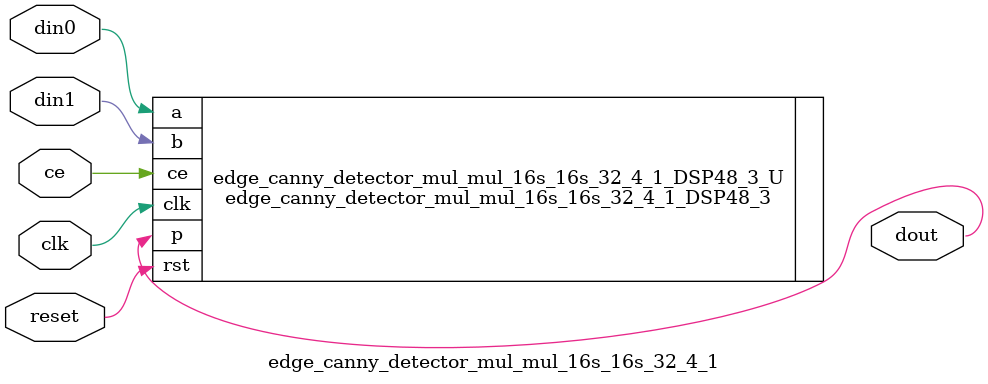
<source format=v>
`timescale 1 ns / 1 ps
module edge_canny_detector_mul_mul_16s_16s_32_4_1(
    clk,
    reset,
    ce,
    din0,
    din1,
    dout);

parameter ID = 32'd1;
parameter NUM_STAGE = 32'd1;
parameter din0_WIDTH = 32'd1;
parameter din1_WIDTH = 32'd1;
parameter dout_WIDTH = 32'd1;
input clk;
input reset;
input ce;
input[din0_WIDTH - 1:0] din0;
input[din1_WIDTH - 1:0] din1;
output[dout_WIDTH - 1:0] dout;



edge_canny_detector_mul_mul_16s_16s_32_4_1_DSP48_3 edge_canny_detector_mul_mul_16s_16s_32_4_1_DSP48_3_U(
    .clk( clk ),
    .rst( reset ),
    .ce( ce ),
    .a( din0 ),
    .b( din1 ),
    .p( dout ));

endmodule

</source>
